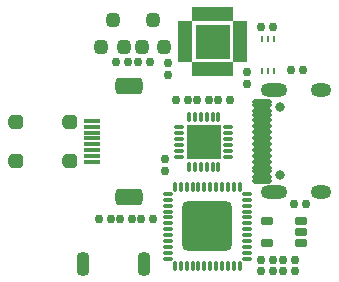
<source format=gts>
G04*
G04 #@! TF.GenerationSoftware,Altium Limited,Altium Designer,20.2.6 (244)*
G04*
G04 Layer_Color=8388736*
%FSLAX25Y25*%
%MOIN*%
G70*
G04*
G04 #@! TF.SameCoordinates,5C4D9317-6C82-4721-89AA-AC4316CE5E92*
G04*
G04*
G04 #@! TF.FilePolarity,Negative*
G04*
G01*
G75*
G04:AMPARAMS|DCode=27|XSize=21.65mil|YSize=9.84mil|CornerRadius=2.46mil|HoleSize=0mil|Usage=FLASHONLY|Rotation=270.000|XOffset=0mil|YOffset=0mil|HoleType=Round|Shape=RoundedRectangle|*
%AMROUNDEDRECTD27*
21,1,0.02165,0.00492,0,0,270.0*
21,1,0.01673,0.00984,0,0,270.0*
1,1,0.00492,-0.00246,-0.00837*
1,1,0.00492,-0.00246,0.00837*
1,1,0.00492,0.00246,0.00837*
1,1,0.00492,0.00246,-0.00837*
%
%ADD27ROUNDEDRECTD27*%
%ADD36O,0.03356X0.01584*%
%ADD37O,0.01584X0.03356*%
%ADD38R,0.11624X0.11230*%
G04:AMPARAMS|DCode=39|XSize=166mil|YSize=166mil|CornerRadius=19mil|HoleSize=0mil|Usage=FLASHONLY|Rotation=90.000|XOffset=0mil|YOffset=0mil|HoleType=Round|Shape=RoundedRectangle|*
%AMROUNDEDRECTD39*
21,1,0.16600,0.12800,0,0,90.0*
21,1,0.12800,0.16600,0,0,90.0*
1,1,0.03800,0.06400,0.06400*
1,1,0.03800,0.06400,-0.06400*
1,1,0.03800,-0.06400,-0.06400*
1,1,0.03800,-0.06400,0.06400*
%
%ADD39ROUNDEDRECTD39*%
G04:AMPARAMS|DCode=40|XSize=32.58mil|YSize=15.84mil|CornerRadius=5.46mil|HoleSize=0mil|Usage=FLASHONLY|Rotation=90.000|XOffset=0mil|YOffset=0mil|HoleType=Round|Shape=RoundedRectangle|*
%AMROUNDEDRECTD40*
21,1,0.03258,0.00492,0,0,90.0*
21,1,0.02165,0.01584,0,0,90.0*
1,1,0.01092,0.00246,0.01083*
1,1,0.01092,0.00246,-0.01083*
1,1,0.01092,-0.00246,-0.01083*
1,1,0.01092,-0.00246,0.01083*
%
%ADD40ROUNDEDRECTD40*%
G04:AMPARAMS|DCode=41|XSize=32.58mil|YSize=15.84mil|CornerRadius=5.46mil|HoleSize=0mil|Usage=FLASHONLY|Rotation=180.000|XOffset=0mil|YOffset=0mil|HoleType=Round|Shape=RoundedRectangle|*
%AMROUNDEDRECTD41*
21,1,0.03258,0.00492,0,0,180.0*
21,1,0.02165,0.01584,0,0,180.0*
1,1,0.01092,-0.01083,0.00246*
1,1,0.01092,0.01083,0.00246*
1,1,0.01092,0.01083,-0.00246*
1,1,0.01092,-0.01083,-0.00246*
%
%ADD41ROUNDEDRECTD41*%
G04:AMPARAMS|DCode=42|XSize=26mil|YSize=26mil|CornerRadius=8mil|HoleSize=0mil|Usage=FLASHONLY|Rotation=270.000|XOffset=0mil|YOffset=0mil|HoleType=Round|Shape=RoundedRectangle|*
%AMROUNDEDRECTD42*
21,1,0.02600,0.01000,0,0,270.0*
21,1,0.01000,0.02600,0,0,270.0*
1,1,0.01600,-0.00500,-0.00500*
1,1,0.01600,-0.00500,0.00500*
1,1,0.01600,0.00500,0.00500*
1,1,0.01600,0.00500,-0.00500*
%
%ADD42ROUNDEDRECTD42*%
G04:AMPARAMS|DCode=43|XSize=65.06mil|YSize=17.81mil|CornerRadius=5.95mil|HoleSize=0mil|Usage=FLASHONLY|Rotation=180.000|XOffset=0mil|YOffset=0mil|HoleType=Round|Shape=RoundedRectangle|*
%AMROUNDEDRECTD43*
21,1,0.06506,0.00591,0,0,180.0*
21,1,0.05315,0.01781,0,0,180.0*
1,1,0.01191,-0.02657,0.00295*
1,1,0.01191,0.02657,0.00295*
1,1,0.01191,0.02657,-0.00295*
1,1,0.01191,-0.02657,-0.00295*
%
%ADD43ROUNDEDRECTD43*%
G04:AMPARAMS|DCode=44|XSize=50mil|YSize=46mil|CornerRadius=13mil|HoleSize=0mil|Usage=FLASHONLY|Rotation=0.000|XOffset=0mil|YOffset=0mil|HoleType=Round|Shape=RoundedRectangle|*
%AMROUNDEDRECTD44*
21,1,0.05000,0.02000,0,0,0.0*
21,1,0.02400,0.04600,0,0,0.0*
1,1,0.02600,0.01200,-0.01000*
1,1,0.02600,-0.01200,-0.01000*
1,1,0.02600,-0.01200,0.01000*
1,1,0.02600,0.01200,0.01000*
%
%ADD44ROUNDEDRECTD44*%
G04:AMPARAMS|DCode=45|XSize=92mil|YSize=56mil|CornerRadius=15.5mil|HoleSize=0mil|Usage=FLASHONLY|Rotation=0.000|XOffset=0mil|YOffset=0mil|HoleType=Round|Shape=RoundedRectangle|*
%AMROUNDEDRECTD45*
21,1,0.09200,0.02500,0,0,0.0*
21,1,0.06100,0.05600,0,0,0.0*
1,1,0.03100,0.03050,-0.01250*
1,1,0.03100,-0.03050,-0.01250*
1,1,0.03100,-0.03050,0.01250*
1,1,0.03100,0.03050,0.01250*
%
%ADD45ROUNDEDRECTD45*%
G04:AMPARAMS|DCode=46|XSize=56mil|YSize=16mil|CornerRadius=5.5mil|HoleSize=0mil|Usage=FLASHONLY|Rotation=180.000|XOffset=0mil|YOffset=0mil|HoleType=Round|Shape=RoundedRectangle|*
%AMROUNDEDRECTD46*
21,1,0.05600,0.00500,0,0,180.0*
21,1,0.04500,0.01600,0,0,180.0*
1,1,0.01100,-0.02250,0.00250*
1,1,0.01100,0.02250,0.00250*
1,1,0.01100,0.02250,-0.00250*
1,1,0.01100,-0.02250,-0.00250*
%
%ADD46ROUNDEDRECTD46*%
G04:AMPARAMS|DCode=47|XSize=22mil|YSize=48mil|CornerRadius=8mil|HoleSize=0mil|Usage=FLASHONLY|Rotation=0.000|XOffset=0mil|YOffset=0mil|HoleType=Round|Shape=RoundedRectangle|*
%AMROUNDEDRECTD47*
21,1,0.02200,0.03200,0,0,0.0*
21,1,0.00600,0.04800,0,0,0.0*
1,1,0.01600,0.00300,-0.01600*
1,1,0.01600,-0.00300,-0.01600*
1,1,0.01600,-0.00300,0.01600*
1,1,0.01600,0.00300,0.01600*
%
%ADD47ROUNDEDRECTD47*%
G04:AMPARAMS|DCode=48|XSize=22mil|YSize=48mil|CornerRadius=8mil|HoleSize=0mil|Usage=FLASHONLY|Rotation=270.000|XOffset=0mil|YOffset=0mil|HoleType=Round|Shape=RoundedRectangle|*
%AMROUNDEDRECTD48*
21,1,0.02200,0.03200,0,0,270.0*
21,1,0.00600,0.04800,0,0,270.0*
1,1,0.01600,-0.01600,-0.00300*
1,1,0.01600,-0.01600,0.00300*
1,1,0.01600,0.01600,0.00300*
1,1,0.01600,0.01600,-0.00300*
%
%ADD48ROUNDEDRECTD48*%
G04:AMPARAMS|DCode=49|XSize=26mil|YSize=26mil|CornerRadius=8mil|HoleSize=0mil|Usage=FLASHONLY|Rotation=180.000|XOffset=0mil|YOffset=0mil|HoleType=Round|Shape=RoundedRectangle|*
%AMROUNDEDRECTD49*
21,1,0.02600,0.01000,0,0,180.0*
21,1,0.01000,0.02600,0,0,180.0*
1,1,0.01600,-0.00500,0.00500*
1,1,0.01600,0.00500,0.00500*
1,1,0.01600,0.00500,-0.00500*
1,1,0.01600,-0.00500,-0.00500*
%
%ADD49ROUNDEDRECTD49*%
G04:AMPARAMS|DCode=50|XSize=29.62mil|YSize=41mil|CornerRadius=8.91mil|HoleSize=0mil|Usage=FLASHONLY|Rotation=270.000|XOffset=0mil|YOffset=0mil|HoleType=Round|Shape=RoundedRectangle|*
%AMROUNDEDRECTD50*
21,1,0.02962,0.02319,0,0,270.0*
21,1,0.01181,0.04100,0,0,270.0*
1,1,0.01781,-0.01159,-0.00591*
1,1,0.01781,-0.01159,0.00591*
1,1,0.01781,0.01159,0.00591*
1,1,0.01781,0.01159,-0.00591*
%
%ADD50ROUNDEDRECTD50*%
G04:AMPARAMS|DCode=51|XSize=43.4mil|YSize=45.37mil|CornerRadius=12.35mil|HoleSize=0mil|Usage=FLASHONLY|Rotation=0.000|XOffset=0mil|YOffset=0mil|HoleType=Round|Shape=RoundedRectangle|*
%AMROUNDEDRECTD51*
21,1,0.04340,0.02067,0,0,0.0*
21,1,0.01870,0.04537,0,0,0.0*
1,1,0.02470,0.00935,-0.01034*
1,1,0.02470,-0.00935,-0.01034*
1,1,0.02470,-0.00935,0.01034*
1,1,0.02470,0.00935,0.01034*
%
%ADD51ROUNDEDRECTD51*%
G04:AMPARAMS|DCode=52|XSize=37.5mil|YSize=76.87mil|CornerRadius=10.87mil|HoleSize=0mil|Usage=FLASHONLY|Rotation=180.000|XOffset=0mil|YOffset=0mil|HoleType=Round|Shape=RoundedRectangle|*
%AMROUNDEDRECTD52*
21,1,0.03750,0.05512,0,0,180.0*
21,1,0.01575,0.07687,0,0,180.0*
1,1,0.02175,-0.00787,0.02756*
1,1,0.02175,0.00787,0.02756*
1,1,0.02175,0.00787,-0.02756*
1,1,0.02175,-0.00787,-0.02756*
%
%ADD52ROUNDEDRECTD52*%
%ADD53O,0.08868X0.04537*%
%ADD54O,0.06899X0.04537*%
%ADD55C,0.03159*%
D27*
X93468Y75087D02*
D03*
X91500D02*
D03*
X89531D02*
D03*
Y85913D02*
D03*
X91500D02*
D03*
X93468D02*
D03*
D36*
X78268Y46579D02*
D03*
Y48547D02*
D03*
Y50516D02*
D03*
Y52484D02*
D03*
Y54453D02*
D03*
Y56421D02*
D03*
X61732D02*
D03*
Y54453D02*
D03*
Y52484D02*
D03*
Y50516D02*
D03*
Y48547D02*
D03*
Y46579D02*
D03*
D37*
X74921Y59768D02*
D03*
X72953D02*
D03*
X70984D02*
D03*
X69016D02*
D03*
X67047D02*
D03*
X65079D02*
D03*
Y43232D02*
D03*
X67047D02*
D03*
X69016D02*
D03*
X70984D02*
D03*
X72953D02*
D03*
X74921D02*
D03*
D38*
X70000Y51500D02*
D03*
X73000Y85000D02*
D03*
D39*
X71200Y23400D02*
D03*
D40*
X60373Y10162D02*
D03*
X62342D02*
D03*
X64310D02*
D03*
X66279D02*
D03*
X68247D02*
D03*
X70216D02*
D03*
X72184D02*
D03*
X74153D02*
D03*
X76121D02*
D03*
X78090D02*
D03*
X80058D02*
D03*
X82027D02*
D03*
Y36638D02*
D03*
X80058D02*
D03*
X78090D02*
D03*
X76121D02*
D03*
X74153D02*
D03*
X72184D02*
D03*
X70216D02*
D03*
X68247D02*
D03*
X66279D02*
D03*
X64310D02*
D03*
X62342D02*
D03*
X60373D02*
D03*
D41*
X84438Y12573D02*
D03*
Y14542D02*
D03*
Y16510D02*
D03*
Y18479D02*
D03*
Y20447D02*
D03*
Y22416D02*
D03*
Y24384D02*
D03*
Y26353D02*
D03*
Y28321D02*
D03*
Y30290D02*
D03*
Y32258D02*
D03*
Y34227D02*
D03*
X57962D02*
D03*
Y32258D02*
D03*
Y30290D02*
D03*
Y28321D02*
D03*
Y26353D02*
D03*
Y24384D02*
D03*
Y22416D02*
D03*
Y20447D02*
D03*
Y18479D02*
D03*
Y16510D02*
D03*
Y14542D02*
D03*
Y12573D02*
D03*
D42*
X89000Y8600D02*
D03*
X93000D02*
D03*
X89000Y90000D02*
D03*
X93000D02*
D03*
X103000Y75500D02*
D03*
X99000D02*
D03*
X96300Y12100D02*
D03*
X100300D02*
D03*
X96300Y8600D02*
D03*
X100300D02*
D03*
X89000Y12100D02*
D03*
X93000D02*
D03*
X100000Y31000D02*
D03*
X104000D02*
D03*
X53000Y26000D02*
D03*
X49000D02*
D03*
X48150Y78100D02*
D03*
X52150D02*
D03*
X44650D02*
D03*
X40650D02*
D03*
X42000Y26000D02*
D03*
X46000D02*
D03*
X35000D02*
D03*
X39000D02*
D03*
X78850Y65400D02*
D03*
X74850D02*
D03*
X67850D02*
D03*
X71850D02*
D03*
X64850D02*
D03*
X60850D02*
D03*
D43*
X89279Y38611D02*
D03*
Y39792D02*
D03*
Y41761D02*
D03*
Y42942D02*
D03*
Y44910D02*
D03*
Y46879D02*
D03*
Y48847D02*
D03*
Y50816D02*
D03*
Y52784D02*
D03*
Y54753D02*
D03*
Y56721D02*
D03*
Y58690D02*
D03*
Y60658D02*
D03*
Y61839D02*
D03*
Y63808D02*
D03*
Y64989D02*
D03*
D44*
X7500Y58200D02*
D03*
Y45200D02*
D03*
X25500D02*
D03*
Y58200D02*
D03*
D45*
X45200Y70263D02*
D03*
Y33137D02*
D03*
D46*
X32800Y58590D02*
D03*
Y56621D02*
D03*
Y54653D02*
D03*
Y52684D02*
D03*
Y50716D02*
D03*
Y48747D02*
D03*
Y46779D02*
D03*
Y44810D02*
D03*
D47*
X67094Y75850D02*
D03*
X69063D02*
D03*
X71031D02*
D03*
X73000D02*
D03*
X74968D02*
D03*
X76937D02*
D03*
X78905D02*
D03*
Y94150D02*
D03*
X76937D02*
D03*
X74968D02*
D03*
X73000D02*
D03*
X71031D02*
D03*
X69063D02*
D03*
X67094D02*
D03*
D48*
X82150Y79094D02*
D03*
Y81063D02*
D03*
Y83031D02*
D03*
Y85000D02*
D03*
Y86968D02*
D03*
Y88937D02*
D03*
Y90905D02*
D03*
X63850D02*
D03*
Y88937D02*
D03*
Y86968D02*
D03*
Y85000D02*
D03*
Y83031D02*
D03*
Y81063D02*
D03*
Y79094D02*
D03*
D49*
X84500Y75000D02*
D03*
Y71000D02*
D03*
X58000Y78000D02*
D03*
Y74000D02*
D03*
X57000Y42000D02*
D03*
Y46000D02*
D03*
D50*
X102406Y25240D02*
D03*
Y21500D02*
D03*
Y17760D02*
D03*
X91005D02*
D03*
Y25240D02*
D03*
D51*
X35910Y83171D02*
D03*
X43390Y83171D02*
D03*
X39650Y92029D02*
D03*
X49410Y83171D02*
D03*
X56890Y83171D02*
D03*
X53150Y92029D02*
D03*
D52*
X29909Y11000D02*
D03*
X50000D02*
D03*
D53*
X93373Y34772D02*
D03*
Y68828D02*
D03*
D54*
X109121Y34772D02*
D03*
Y68828D02*
D03*
D55*
X95342Y63178D02*
D03*
Y40422D02*
D03*
M02*

</source>
